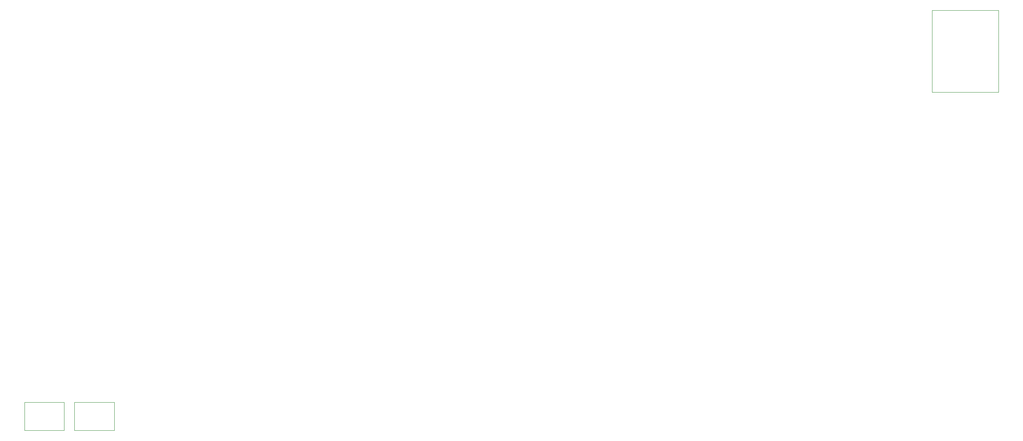
<source format=gbr>
%TF.GenerationSoftware,KiCad,Pcbnew,9.0.2*%
%TF.CreationDate,2025-06-21T23:14:43+02:00*%
%TF.ProjectId,MOD65,4d4f4436-352e-46b6-9963-61645f706362,2*%
%TF.SameCoordinates,Original*%
%TF.FileFunction,Other,User*%
%FSLAX46Y46*%
G04 Gerber Fmt 4.6, Leading zero omitted, Abs format (unit mm)*
G04 Created by KiCad (PCBNEW 9.0.2) date 2025-06-21 23:14:43*
%MOMM*%
%LPD*%
G01*
G04 APERTURE LIST*
%ADD10C,0.050000*%
G04 APERTURE END LIST*
D10*
%TO.C,SW15*%
X316750000Y-46600000D02*
X316750000Y-29100000D01*
X316750000Y-46600000D02*
X330950000Y-46600000D01*
X330950000Y-29100000D02*
X316750000Y-29100000D01*
X330950000Y-29100000D02*
X330950000Y-46600000D01*
%TO.C,SW68*%
X122400000Y-113000000D02*
X130900000Y-113000000D01*
X122400000Y-119000000D02*
X122400000Y-113000000D01*
X130900000Y-113000000D02*
X130900000Y-119000000D01*
X130900000Y-119000000D02*
X122400000Y-119000000D01*
%TO.C,SW69*%
X133100000Y-113000000D02*
X141600000Y-113000000D01*
X133100000Y-119000000D02*
X133100000Y-113000000D01*
X141600000Y-113000000D02*
X141600000Y-119000000D01*
X141600000Y-119000000D02*
X133100000Y-119000000D01*
%TD*%
M02*

</source>
